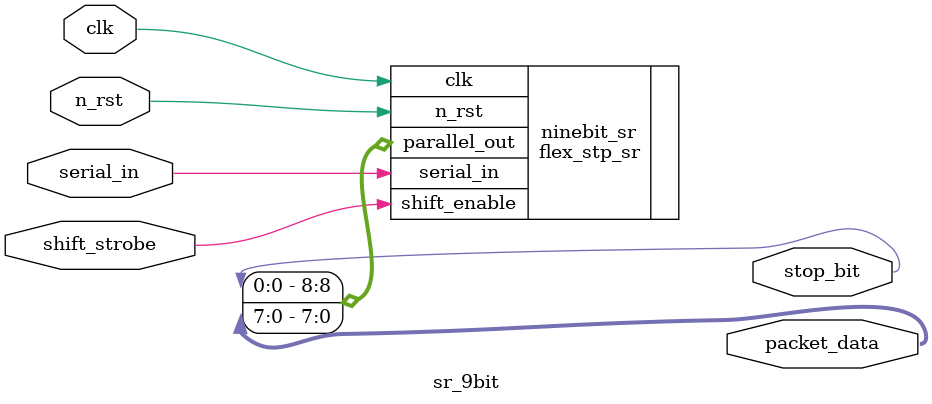
<source format=sv>

module sr_9bit
(
  input wire clk,
  input wire n_rst,
  input wire shift_strobe,
  input wire serial_in,
  output wire [7:0] packet_data,
  output wire stop_bit
);



flex_stp_sr #(9, 0) ninebit_sr(.clk(clk), .n_rst(n_rst), 
                    .serial_in(serial_in), 
                    .shift_enable(shift_strobe), 
                    .parallel_out({stop_bit, packet_data[7:0]}));

endmodule
</source>
